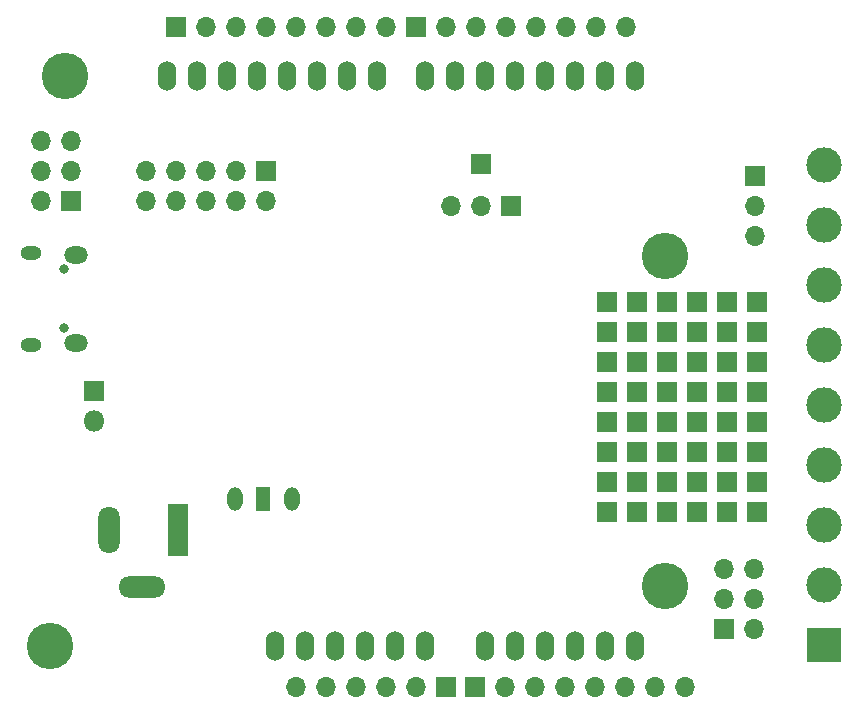
<source format=gbr>
%TF.GenerationSoftware,KiCad,Pcbnew,(5.1.7)-1*%
%TF.CreationDate,2020-10-19T00:00:33+02:00*%
%TF.ProjectId,Atmega_328_breakout,41746d65-6761-45f3-9332-385f62726561,rev?*%
%TF.SameCoordinates,Original*%
%TF.FileFunction,Soldermask,Bot*%
%TF.FilePolarity,Negative*%
%FSLAX46Y46*%
G04 Gerber Fmt 4.6, Leading zero omitted, Abs format (unit mm)*
G04 Created by KiCad (PCBNEW (5.1.7)-1) date 2020-10-19 00:00:33*
%MOMM*%
%LPD*%
G01*
G04 APERTURE LIST*
%ADD10O,1.700000X1.700000*%
%ADD11R,1.700000X1.700000*%
%ADD12C,3.937000*%
%ADD13O,1.524000X2.540000*%
%ADD14R,1.800000X4.400000*%
%ADD15O,1.800000X4.000000*%
%ADD16O,4.000000X1.800000*%
%ADD17C,3.000000*%
%ADD18R,3.000000X3.000000*%
%ADD19O,1.300000X2.000000*%
%ADD20R,1.300000X2.000000*%
%ADD21O,0.800000X0.800000*%
%ADD22O,1.800000X1.150000*%
%ADD23O,2.000000X1.450000*%
%ADD24O,1.800000X1.800000*%
%ADD25R,1.800000X1.800000*%
G04 APERTURE END LIST*
D10*
%TO.C,J20*%
X107030000Y-113150000D03*
X104490000Y-113150000D03*
X101950000Y-113150000D03*
X99410000Y-113150000D03*
X96870000Y-113150000D03*
X94330000Y-113150000D03*
X91790000Y-113150000D03*
D11*
X89250000Y-113150000D03*
%TD*%
D10*
%TO.C,J10*%
X112812000Y-103186000D03*
X110272000Y-103186000D03*
X112812000Y-105726000D03*
X110272000Y-105726000D03*
X112812000Y-108266000D03*
D11*
X110272000Y-108266000D03*
%TD*%
D10*
%TO.C,J22*%
X101981000Y-57277000D03*
X99441000Y-57277000D03*
X96901000Y-57277000D03*
X94361000Y-57277000D03*
X91821000Y-57277000D03*
X89281000Y-57277000D03*
X86741000Y-57277000D03*
D11*
X84201000Y-57277000D03*
%TD*%
D10*
%TO.C,J21*%
X81661000Y-57277000D03*
X79121000Y-57277000D03*
X76581000Y-57277000D03*
X74041000Y-57277000D03*
X71501000Y-57277000D03*
X68961000Y-57277000D03*
X66421000Y-57277000D03*
D11*
X63881000Y-57277000D03*
%TD*%
D10*
%TO.C,J19*%
X74041000Y-113157000D03*
X76581000Y-113157000D03*
X79121000Y-113157000D03*
X81661000Y-113157000D03*
X84201000Y-113157000D03*
D11*
X86741000Y-113157000D03*
%TD*%
%TO.C,J18*%
X113066000Y-98360000D03*
X110526000Y-98360000D03*
X107986000Y-98360000D03*
%TD*%
%TO.C,J17*%
X105446000Y-98360000D03*
X102906000Y-98360000D03*
X100366000Y-98360000D03*
%TD*%
%TO.C,J16*%
X113066000Y-95820000D03*
X110526000Y-95820000D03*
X107986000Y-95820000D03*
%TD*%
%TO.C,J15*%
X105446000Y-95820000D03*
X102906000Y-95820000D03*
X100366000Y-95820000D03*
%TD*%
%TO.C,J14*%
X113066000Y-93280000D03*
X110526000Y-93280000D03*
X107986000Y-93280000D03*
%TD*%
%TO.C,J13*%
X105446000Y-93280000D03*
X102906000Y-93280000D03*
X100366000Y-93280000D03*
%TD*%
%TO.C,J12*%
X113066000Y-90740000D03*
X110526000Y-90740000D03*
X107986000Y-90740000D03*
%TD*%
%TO.C,J11*%
X105446000Y-90740000D03*
X102906000Y-90740000D03*
X100366000Y-90740000D03*
%TD*%
%TO.C,J9*%
X105446000Y-88200000D03*
X102906000Y-88200000D03*
X100366000Y-88200000D03*
%TD*%
%TO.C,J8*%
X113066000Y-88200000D03*
X110526000Y-88200000D03*
X107986000Y-88200000D03*
%TD*%
%TO.C,J7*%
X105446000Y-85660000D03*
X102906000Y-85660000D03*
X100366000Y-85660000D03*
%TD*%
%TO.C,J6*%
X113066000Y-85660000D03*
X110526000Y-85660000D03*
X107986000Y-85660000D03*
%TD*%
%TO.C,J5*%
X105446000Y-83120000D03*
X102906000Y-83120000D03*
X100366000Y-83120000D03*
%TD*%
%TO.C,J4*%
X113066000Y-83120000D03*
X110526000Y-83120000D03*
X107986000Y-83120000D03*
%TD*%
%TO.C,J3*%
X105446000Y-80580000D03*
X102906000Y-80580000D03*
X100366000Y-80580000D03*
%TD*%
%TO.C,J2*%
X113066000Y-80580000D03*
X110526000Y-80580000D03*
X107986000Y-80580000D03*
%TD*%
D12*
%TO.C,SHIELD1*%
X53249000Y-109663000D03*
X54519000Y-61403000D03*
X105319000Y-76643000D03*
X105319000Y-104583000D03*
D13*
X77379000Y-109663000D03*
X63155000Y-61403000D03*
X65695000Y-61403000D03*
X68235000Y-61403000D03*
X70775000Y-61403000D03*
X73315000Y-61403000D03*
X75855000Y-61403000D03*
X78395000Y-61403000D03*
X80935000Y-61403000D03*
X84999000Y-61403000D03*
X87539000Y-61403000D03*
X90079000Y-61403000D03*
X92619000Y-61403000D03*
X95159000Y-61403000D03*
X97699000Y-61403000D03*
X100239000Y-61403000D03*
X102779000Y-61403000D03*
X72299000Y-109663000D03*
X74839000Y-109663000D03*
X79919000Y-109663000D03*
X82459000Y-109663000D03*
X84999000Y-109663000D03*
X95159000Y-109663000D03*
X92619000Y-109663000D03*
X90079000Y-109663000D03*
X97699000Y-109663000D03*
X100239000Y-109663000D03*
X102779000Y-109663000D03*
%TD*%
D14*
%TO.C,J1*%
X64044000Y-99884000D03*
D15*
X58244000Y-99884000D03*
D16*
X61044000Y-104684000D03*
%TD*%
D17*
%TO.C,J27*%
X118745000Y-68961000D03*
X118745000Y-74041000D03*
X118745000Y-79121000D03*
X118745000Y-84201000D03*
X118745000Y-89281000D03*
X118745000Y-94361000D03*
D18*
X118745000Y-109601000D03*
D17*
X118745000Y-99441000D03*
X118745000Y-104521000D03*
%TD*%
D11*
%TO.C,J23*%
X89698000Y-68896000D03*
%TD*%
D19*
%TO.C,U2*%
X73700000Y-97250000D03*
D20*
X71300000Y-97250000D03*
D19*
X68900000Y-97250000D03*
%TD*%
D21*
%TO.C,J28*%
X54400000Y-82800000D03*
X54400000Y-77800000D03*
D22*
X51650000Y-84175000D03*
X51650000Y-76425000D03*
D23*
X55450000Y-84025000D03*
X55450000Y-76575000D03*
%TD*%
D10*
%TO.C,J26*%
X61340000Y-72040000D03*
X61340000Y-69500000D03*
X63880000Y-72040000D03*
X63880000Y-69500000D03*
X66420000Y-72040000D03*
X66420000Y-69500000D03*
X68960000Y-72040000D03*
X68960000Y-69500000D03*
X71500000Y-72040000D03*
D11*
X71500000Y-69500000D03*
%TD*%
D10*
%TO.C,J25*%
X112900000Y-74980000D03*
X112900000Y-72440000D03*
D11*
X112900000Y-69900000D03*
%TD*%
D10*
%TO.C,J24*%
X87158000Y-72452000D03*
X89698000Y-72452000D03*
D11*
X92238000Y-72452000D03*
%TD*%
D10*
%TO.C,ISP1*%
X52510000Y-66970000D03*
X55050000Y-66970000D03*
X52510000Y-69510000D03*
X55050000Y-69510000D03*
X52510000Y-72050000D03*
D11*
X55050000Y-72050000D03*
%TD*%
D24*
%TO.C,D1*%
X57000000Y-90600000D03*
D25*
X57000000Y-88060000D03*
%TD*%
M02*

</source>
